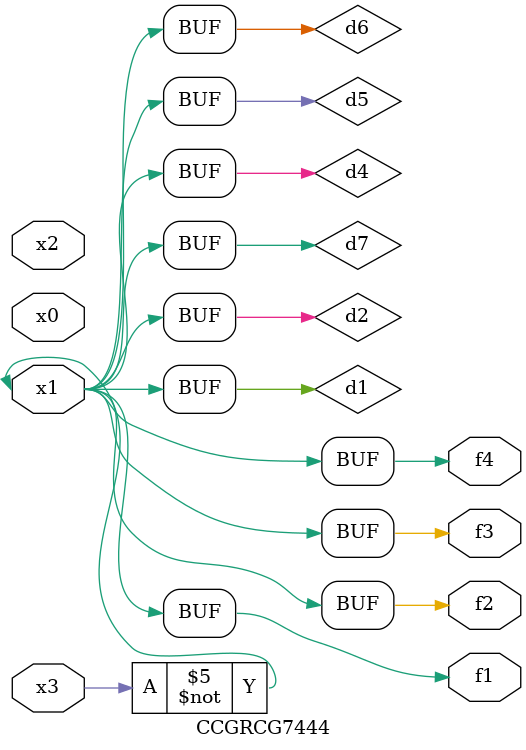
<source format=v>
module CCGRCG7444(
	input x0, x1, x2, x3,
	output f1, f2, f3, f4
);

	wire d1, d2, d3, d4, d5, d6, d7;

	not (d1, x3);
	buf (d2, x1);
	xnor (d3, d1, d2);
	nor (d4, d1);
	buf (d5, d1, d2);
	buf (d6, d4, d5);
	nand (d7, d4);
	assign f1 = d6;
	assign f2 = d7;
	assign f3 = d6;
	assign f4 = d6;
endmodule

</source>
